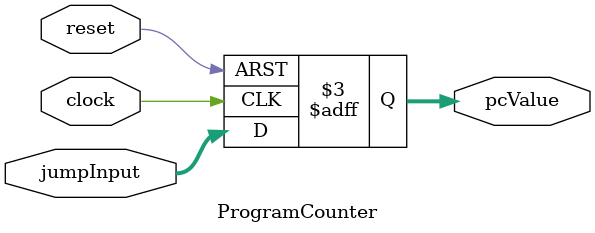
<source format=v>
`timescale 1ns / 1ns

module ProgramCounter(
    input reset,
    input clock,
    input [31:0] jumpInput,
    output reg [31:0] pcValue
);

    initial begin
        pcValue <= 0;
    end

    always @(posedge clock or posedge reset) begin
        if (reset) begin
            pcValue <= 32'h00003000;
        end else  begin 
            pcValue <= jumpInput;
        end 
    end

endmodule
</source>
